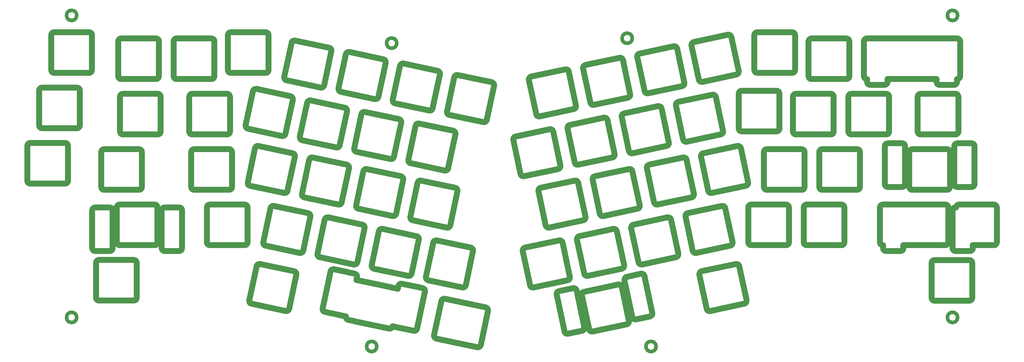
<source format=gbr>
%TF.GenerationSoftware,KiCad,Pcbnew,(5.1.10)-1*%
%TF.CreationDate,2021-06-21T21:12:00+07:00*%
%TF.ProjectId,FR4 Alice Plate Commision,46523420-416c-4696-9365-20506c617465,rev?*%
%TF.SameCoordinates,Original*%
%TF.FileFunction,Soldermask,Bot*%
%TF.FilePolarity,Negative*%
%FSLAX46Y46*%
G04 Gerber Fmt 4.6, Leading zero omitted, Abs format (unit mm)*
G04 Created by KiCad (PCBNEW (5.1.10)-1) date 2021-06-21 21:12:00*
%MOMM*%
%LPD*%
G01*
G04 APERTURE LIST*
%ADD10C,2.000000*%
%ADD11C,1.250000*%
G04 APERTURE END LIST*
D10*
X82813503Y-89934503D02*
X71075732Y-87439563D01*
X141927631Y-8747649D02*
X153665402Y-11242590D01*
X134597740Y-99404732D02*
G75*
G02*
X133827505Y-98218673I207912J978147D01*
G01*
X148663503Y-102394503D02*
X134597741Y-99404733D01*
X149849563Y-101624267D02*
G75*
G02*
X148663503Y-102394503I-978148J207912D01*
G01*
X152344503Y-89886496D02*
X149849563Y-101624267D01*
X151574267Y-88700436D02*
G75*
G02*
X152344503Y-89886496I-207912J-978148D01*
G01*
X137508504Y-85710666D02*
X151574267Y-88700436D01*
X136322445Y-86480903D02*
G75*
G02*
X137508504Y-85710666I978148J-207911D01*
G01*
X133827505Y-98218673D02*
X136322445Y-86480902D01*
X119529563Y-95184267D02*
G75*
G02*
X118343503Y-95954503I-978148J207912D01*
G01*
X119532071Y-95172467D02*
X119529563Y-95184267D01*
X119628256Y-95197974D02*
G75*
G02*
X119532071Y-95172467I207912J978148D01*
G01*
X121799315Y-95659447D02*
X119628256Y-95197974D01*
X121914286Y-95691156D02*
G75*
G02*
X121799315Y-95659447I207912J978148D01*
G01*
X126805024Y-96730714D02*
X121914286Y-95691155D01*
X127991084Y-95960478D02*
G75*
G02*
X126805024Y-96730714I-978148J207912D01*
G01*
X130693936Y-83244559D02*
X127991084Y-95960478D01*
X129923700Y-82058499D02*
G75*
G02*
X130693936Y-83244559I-207912J-978148D01*
G01*
X127752641Y-81597027D02*
X129923700Y-82058500D01*
X127637670Y-81565318D02*
G75*
G02*
X127752641Y-81597027I-207912J-978148D01*
G01*
X122746931Y-80525760D02*
X127637669Y-81565318D01*
X121560873Y-81295996D02*
G75*
G02*
X122746931Y-80525760I978147J-207911D01*
G01*
X121350452Y-82285943D02*
X121560872Y-81295996D01*
X121254267Y-82260436D02*
G75*
G02*
X121350452Y-82285943I-207912J-978148D01*
G01*
X119055701Y-81793117D02*
X121254267Y-82260436D01*
X118962826Y-81768661D02*
G75*
G02*
X119055701Y-81793117I-207912J-978147D01*
G01*
X107225055Y-79273720D02*
X118962826Y-81768661D01*
X107131803Y-79258463D02*
G75*
G02*
X107225055Y-79273720I-114660J-993405D01*
G01*
X107339684Y-78280460D02*
X107131803Y-79258463D01*
X106569448Y-77094400D02*
G75*
G02*
X107339684Y-78280460I-207912J-978148D01*
G01*
X104398388Y-76632927D02*
X106569448Y-77094400D01*
X104283417Y-76601218D02*
G75*
G02*
X104398388Y-76632927I-207911J-978148D01*
G01*
X99392679Y-75561660D02*
X104283417Y-76601219D01*
X98206620Y-76331897D02*
G75*
G02*
X99392679Y-75561660I978148J-207911D01*
G01*
X95503768Y-89047815D02*
X98206620Y-76331896D01*
X96274004Y-90233875D02*
G75*
G02*
X95503768Y-89047815I207912J978148D01*
G01*
X98445063Y-90695347D02*
X96274004Y-90233874D01*
X98560034Y-90727056D02*
G75*
G02*
X98445063Y-90695347I207912J978148D01*
G01*
X103450772Y-91766614D02*
X98560034Y-90727056D01*
X103544024Y-91781871D02*
G75*
G02*
X103450772Y-91766614I114660J993404D01*
G01*
X104314292Y-92967787D02*
G75*
G02*
X103544025Y-91781872I207911J978148D01*
G01*
X106512857Y-93435106D02*
X104314291Y-92967787D01*
X106605732Y-93459562D02*
G75*
G02*
X106512857Y-93435106I207912J978147D01*
G01*
X118343503Y-95954503D02*
X106605732Y-93459563D01*
X204951290Y-77094841D02*
G75*
G02*
X206137349Y-77865078I207911J-978148D01*
G01*
X200060551Y-78134400D02*
X204951289Y-77094842D01*
X199290315Y-79320460D02*
G75*
G02*
X200060551Y-78134400I978148J207912D01*
G01*
X201993167Y-92036378D02*
X199290315Y-79320460D01*
X203179226Y-92806615D02*
G75*
G02*
X201993167Y-92036378I-207911J978148D01*
G01*
X208069965Y-91767056D02*
X203179227Y-92806614D01*
X208840201Y-90580996D02*
G75*
G02*
X208069965Y-91767056I-978148J-207912D01*
G01*
X206137349Y-77865078D02*
X208840201Y-90580997D01*
X-4999998Y-46100000D02*
G75*
G02*
X-6000000Y-45100000I-1J1000001D01*
G01*
X7000000Y-46100000D02*
X-5000000Y-46100000D01*
X8000000Y-45099998D02*
G75*
G02*
X7000000Y-46100000I-1000001J-1D01*
G01*
X8000000Y-33100000D02*
X8000000Y-45100000D01*
X6999999Y-32099999D02*
G75*
G02*
X8000000Y-33100000I0J-1000001D01*
G01*
X-5000000Y-32100000D02*
X7000000Y-32100000D01*
X-5999999Y-33099999D02*
G75*
G02*
X-5000000Y-32100000I999999J0D01*
G01*
X-6000000Y-45100000D02*
X-6000000Y-33100000D01*
X23322000Y-68290000D02*
G75*
G02*
X22322000Y-69290000I-1000000J0D01*
G01*
X23322000Y-55290000D02*
X23322000Y-68290000D01*
X22322000Y-54290000D02*
G75*
G02*
X23322000Y-55290000I0J-1000000D01*
G01*
X17322000Y-54290000D02*
X22322000Y-54290000D01*
X16322000Y-55290000D02*
G75*
G02*
X17322000Y-54290000I1000000J0D01*
G01*
X16322000Y-68290000D02*
X16322000Y-55290000D01*
X17322000Y-69290000D02*
G75*
G02*
X16322000Y-68290000I0J1000000D01*
G01*
X22322000Y-69290000D02*
X17322000Y-69290000D01*
X181597037Y-82058942D02*
G75*
G02*
X182783096Y-82829177I207912J-978147D01*
G01*
X176706299Y-83098500D02*
X181597037Y-82058941D01*
X175936064Y-84284559D02*
G75*
G02*
X176706299Y-83098500I978147J207912D01*
G01*
X178638915Y-97000478D02*
X175936063Y-84284559D01*
X179824975Y-97770714D02*
G75*
G02*
X178638915Y-97000478I-207912J978148D01*
G01*
X184715713Y-96731155D02*
X179824975Y-97770714D01*
X185485948Y-95545096D02*
G75*
G02*
X184715713Y-96731155I-978147J-207912D01*
G01*
X182783096Y-82829177D02*
X185485948Y-95545096D01*
X25760000Y-67290000D02*
G75*
G02*
X24760000Y-66290000I0J1000000D01*
G01*
X37760000Y-67290000D02*
X25760000Y-67290000D01*
X38760001Y-66289999D02*
G75*
G02*
X37760000Y-67290000I-1000001J0D01*
G01*
X38760000Y-54290000D02*
X38760000Y-66290000D01*
X37760000Y-53290000D02*
G75*
G02*
X38760000Y-54290000I0J-1000000D01*
G01*
X25760000Y-53290000D02*
X37759999Y-53290000D01*
X24760000Y-54289998D02*
G75*
G02*
X25760000Y-53290000I999999J-1D01*
G01*
X24760000Y-66290000D02*
X24760000Y-54290000D01*
X295132000Y-68290000D02*
G75*
G02*
X294132000Y-69290000I-1000000J0D01*
G01*
X295132000Y-67290000D02*
X295132000Y-68290000D01*
X309570000Y-67290000D02*
X295132000Y-67290000D01*
X310570000Y-66290000D02*
G75*
G02*
X309570000Y-67290000I-1000000J0D01*
G01*
X310570000Y-54290000D02*
X310570000Y-66290000D01*
X309570001Y-53289999D02*
G75*
G02*
X310570000Y-54290000I-1J-1000000D01*
G01*
X288045000Y-53290000D02*
X309570000Y-53289999D01*
X287045000Y-54289998D02*
G75*
G02*
X288045000Y-53290000I999999J-1D01*
G01*
X287045000Y-66290000D02*
X287045000Y-54290000D01*
X288045000Y-67290000D02*
G75*
G02*
X287045000Y-66290000I0J1000000D01*
G01*
X288132000Y-67290000D02*
X288045000Y-67290000D01*
X288132000Y-68290000D02*
X288132000Y-67290000D01*
X289132000Y-69290000D02*
G75*
G02*
X288132000Y-68290000I0J1000000D01*
G01*
X294132000Y-69290000D02*
X289132000Y-69290000D01*
X294721999Y-32239999D02*
G75*
G02*
X295721999Y-33239999I0J-1000000D01*
G01*
X289721999Y-32239999D02*
X294721999Y-32239999D01*
X288721999Y-33239999D02*
G75*
G02*
X289721999Y-32239999I1000000J0D01*
G01*
X288721999Y-46239999D02*
X288721999Y-33239999D01*
X289721999Y-47239999D02*
G75*
G02*
X288721999Y-46239999I0J1000000D01*
G01*
X294721999Y-47239999D02*
X289721999Y-47239999D01*
X295721999Y-46239999D02*
G75*
G02*
X294721999Y-47239999I-1000000J0D01*
G01*
X295721999Y-33239999D02*
X295721999Y-46239999D01*
X46198000Y-54290000D02*
G75*
G02*
X47198000Y-55290000I0J-1000000D01*
G01*
X41198000Y-54290000D02*
X46198000Y-54290000D01*
X40198000Y-55290000D02*
G75*
G02*
X41198000Y-54290000I1000000J0D01*
G01*
X40198000Y-68290000D02*
X40198000Y-55290000D01*
X41198000Y-69290000D02*
G75*
G02*
X40198000Y-68290000I0J1000000D01*
G01*
X46198000Y-69290000D02*
X41198000Y-69290000D01*
X47198000Y-68290000D02*
G75*
G02*
X46198000Y-69290000I-1000000J0D01*
G01*
X47198000Y-55290000D02*
X47198000Y-68290000D01*
X313597999Y-47239999D02*
G75*
G02*
X312597999Y-46239999I0J1000000D01*
G01*
X318597999Y-47239999D02*
X313597999Y-47239999D01*
X319597999Y-46239999D02*
G75*
G02*
X318597999Y-47239999I-1000000J0D01*
G01*
X319597999Y-33239999D02*
X319597999Y-46239999D01*
X318597999Y-32239999D02*
G75*
G02*
X319597999Y-33239999I0J-1000000D01*
G01*
X313597999Y-32239999D02*
X318597999Y-32239999D01*
X312597999Y-33239999D02*
G75*
G02*
X313597999Y-32239999I1000000J0D01*
G01*
X312597999Y-46239999D02*
X312597999Y-33239999D01*
X313008000Y-69290000D02*
G75*
G02*
X312008000Y-68290000I0J1000000D01*
G01*
X318008000Y-69290000D02*
X313008000Y-69290000D01*
X319008000Y-68290000D02*
G75*
G02*
X318008000Y-69290000I-1000000J0D01*
G01*
X319008000Y-67290000D02*
X319008000Y-68290000D01*
X326238750Y-67290000D02*
X319008000Y-67290000D01*
X327238751Y-66289999D02*
G75*
G02*
X326238750Y-67290000I-1000001J0D01*
G01*
X327238750Y-54290000D02*
X327238750Y-66290000D01*
X326238750Y-53290000D02*
G75*
G02*
X327238750Y-54290000I0J-1000000D01*
G01*
X314238750Y-53290000D02*
X326238750Y-53289999D01*
X313238750Y-54290000D02*
G75*
G02*
X314238750Y-53290000I1000000J0D01*
G01*
X313008000Y-54290000D02*
X313238750Y-54290000D01*
X312008000Y-55290000D02*
G75*
G02*
X313008000Y-54290000I1000000J0D01*
G01*
X312008000Y-68290000D02*
X312008000Y-55290000D01*
X313543000Y-11140000D02*
G75*
G02*
X312543000Y-12140000I-1000000J0D01*
G01*
X313543000Y-10140000D02*
X313543000Y-11140000D01*
X313630000Y-10140000D02*
X313543000Y-10140000D01*
X314630000Y-9140000D02*
G75*
G02*
X313630000Y-10140000I-1000000J0D01*
G01*
X314630000Y2860000D02*
X314630000Y-9139999D01*
X313630000Y3860000D02*
G75*
G02*
X314630000Y2860000I0J-1000000D01*
G01*
X282580000Y3860000D02*
X313630000Y3860000D01*
X281579999Y2859999D02*
G75*
G02*
X282580000Y3860000I1000001J0D01*
G01*
X281580000Y-9140000D02*
X281580000Y2860000D01*
X282580001Y-10139999D02*
G75*
G02*
X281580000Y-9140000I-1J1000000D01*
G01*
X282667000Y-10140000D02*
X282580000Y-10140000D01*
X282667000Y-11140000D02*
X282667000Y-10140000D01*
X283667000Y-12140000D02*
G75*
G02*
X282667000Y-11140000I0J1000000D01*
G01*
X288667000Y-12140000D02*
X283667000Y-12140000D01*
X289667000Y-11140000D02*
G75*
G02*
X288667000Y-12140000I-1000000J0D01*
G01*
X289667000Y-10140000D02*
X289667000Y-11140000D01*
X306543000Y-10140000D02*
X289667000Y-10140000D01*
X306543000Y-11140000D02*
X306543000Y-10140000D01*
X307543000Y-12140000D02*
G75*
G02*
X306543000Y-11140000I0J1000000D01*
G01*
X312543000Y-12140000D02*
X307543000Y-12140000D01*
X-930000Y-27049999D02*
G75*
G02*
X-1929999Y-26050000I0J999999D01*
G01*
X11069999Y-27050000D02*
X-929999Y-27050000D01*
X12070000Y-26050001D02*
G75*
G02*
X11069999Y-27050000I-1000000J1D01*
G01*
X12069999Y-14050000D02*
X12070000Y-26050000D01*
X11069999Y-13050000D02*
G75*
G02*
X12069999Y-14050000I0J-1000000D01*
G01*
X-929999Y-13050000D02*
X11069999Y-13050000D01*
X-1929999Y-14050000D02*
G75*
G02*
X-929999Y-13050000I1000000J0D01*
G01*
X-1929999Y-26050000D02*
X-1930000Y-14050000D01*
X69710000Y-66289998D02*
G75*
G02*
X68710000Y-67290000I-1000001J-1D01*
G01*
X69710000Y-54290000D02*
X69710000Y-66290000D01*
X68710000Y-53290000D02*
G75*
G02*
X69710000Y-54290000I0J-1000000D01*
G01*
X56709999Y-53290000D02*
X68710000Y-53290000D01*
X55709999Y-54290000D02*
G75*
G02*
X56709999Y-53290000I1000000J0D01*
G01*
X55709999Y-66290000D02*
X55709999Y-54290000D01*
X56710000Y-67290001D02*
G75*
G02*
X55709999Y-66290000I0J1000001D01*
G01*
X68710000Y-67290000D02*
X56709999Y-67290000D01*
X3230000Y-8000000D02*
G75*
G02*
X2230000Y-7000000I0J1000000D01*
G01*
X15230000Y-8000000D02*
X3230000Y-8000000D01*
X16230000Y-7000000D02*
G75*
G02*
X15230000Y-8000000I-1000000J0D01*
G01*
X16230000Y4999999D02*
X16230000Y-7000000D01*
X15230000Y5999999D02*
G75*
G02*
X16230000Y4999999I0J-1000000D01*
G01*
X3230000Y5999999D02*
X15230000Y5999999D01*
X2230000Y4999999D02*
G75*
G02*
X3230000Y5999999I1000000J0D01*
G01*
X2230000Y-7000000D02*
X2230000Y4999999D01*
X318795601Y-85387999D02*
G75*
G02*
X317795600Y-86388000I-1000001J0D01*
G01*
X318795600Y-73388000D02*
X318795600Y-85388000D01*
X317795600Y-72388000D02*
G75*
G02*
X318795600Y-73388000I0J-1000000D01*
G01*
X305795600Y-72388000D02*
X317795600Y-72388000D01*
X304795600Y-73388000D02*
G75*
G02*
X305795600Y-72388000I1000000J0D01*
G01*
X304795600Y-85388000D02*
X304795600Y-73388000D01*
X305795600Y-86388000D02*
G75*
G02*
X304795600Y-85388000I0J1000000D01*
G01*
X317795600Y-86388000D02*
X305795600Y-86388000D01*
X257900000Y-6999998D02*
G75*
G02*
X256900000Y-8000000I-1000001J-1D01*
G01*
X244900000Y-8000000D02*
X256900000Y-8000000D01*
X244900000Y-7999999D02*
G75*
G02*
X243899999Y-7000000I-1J1000000D01*
G01*
X243900000Y5000000D02*
X243899999Y-7000000D01*
X243900000Y5000000D02*
G75*
G02*
X244900000Y6000000I1000000J0D01*
G01*
X256900000Y6000000D02*
X244900000Y6000000D01*
X256899999Y5999999D02*
G75*
G02*
X257900000Y5000000I1J-1000000D01*
G01*
X257900000Y-7000000D02*
X257900000Y5000000D01*
X298160001Y-48239999D02*
G75*
G02*
X297160000Y-47240000I-1J1000000D01*
G01*
X310160000Y-48240000D02*
X298160000Y-48240000D01*
X311160000Y-47240000D02*
G75*
G02*
X310160000Y-48240000I-1000000J0D01*
G01*
X311160000Y-35240000D02*
X311160000Y-47240000D01*
X310160001Y-34239999D02*
G75*
G02*
X311160000Y-35240000I-1J-1000000D01*
G01*
X298160000Y-34240000D02*
X310160000Y-34239999D01*
X297160000Y-35240000D02*
G75*
G02*
X298160000Y-34240000I1000000J0D01*
G01*
X297160000Y-47240000D02*
X297160000Y-35240000D01*
X261160001Y-47239999D02*
G75*
G02*
X260160000Y-48240000I-1000001J0D01*
G01*
X261160000Y-35240000D02*
X261160000Y-47240000D01*
X260160000Y-34240000D02*
G75*
G02*
X261160000Y-35240000I0J-1000000D01*
G01*
X248160000Y-34240000D02*
X260160000Y-34239999D01*
X247159999Y-35239999D02*
G75*
G02*
X248160000Y-34240000I1000000J-1D01*
G01*
X247160000Y-47240000D02*
X247159999Y-35240000D01*
X248160000Y-48240000D02*
G75*
G02*
X247160000Y-47240000I0J1000000D01*
G01*
X260160000Y-48240000D02*
X248160000Y-48240000D01*
X274850000Y-66290000D02*
G75*
G02*
X273850000Y-67290000I-1000000J0D01*
G01*
X274850000Y-54290000D02*
X274850000Y-66290000D01*
X273850001Y-53289999D02*
G75*
G02*
X274850000Y-54290000I-1J-1000000D01*
G01*
X261850000Y-53290000D02*
X273850000Y-53290000D01*
X260850000Y-54290000D02*
G75*
G02*
X261850000Y-53290000I1000000J0D01*
G01*
X260850000Y-66290000D02*
X260850000Y-54290000D01*
X261850001Y-67289999D02*
G75*
G02*
X260850000Y-66290000I-1J1000000D01*
G01*
X273850000Y-67290000D02*
X261850000Y-67290000D01*
X255800000Y-66289998D02*
G75*
G02*
X254800000Y-67290000I-1000001J-1D01*
G01*
X242800000Y-67290000D02*
X254800000Y-67290000D01*
X242800001Y-67289999D02*
G75*
G02*
X241800000Y-66290000I-1J1000000D01*
G01*
X241800000Y-54290000D02*
X241800000Y-66290000D01*
X241799999Y-54290000D02*
G75*
G02*
X242800000Y-53289999I1000001J0D01*
G01*
X254800000Y-53290000D02*
X242800000Y-53289999D01*
X254799999Y-53289999D02*
G75*
G02*
X255800000Y-54290000I0J-1000001D01*
G01*
X255800000Y-66290000D02*
X255800000Y-54290000D01*
X279210000Y-34240000D02*
G75*
G02*
X280210000Y-35240000I0J-1000000D01*
G01*
X280210000Y-47240000D02*
X280210000Y-35240000D01*
X280210001Y-47239999D02*
G75*
G02*
X279210000Y-48240000I-1000001J0D01*
G01*
X267209999Y-48240000D02*
X279210000Y-48240000D01*
X267210001Y-48239999D02*
G75*
G02*
X266210000Y-47240000I-1J1000000D01*
G01*
X266210000Y-35240000D02*
X266210000Y-47240000D01*
X266209999Y-35240001D02*
G75*
G02*
X267209999Y-34239999I1000001J1D01*
G01*
X279210000Y-34240000D02*
X267209999Y-34239999D01*
X31620000Y-85339998D02*
G75*
G02*
X30620000Y-86340000I-1000001J-1D01*
G01*
X31620000Y-73340000D02*
X31620000Y-85340000D01*
X30620000Y-72340000D02*
G75*
G02*
X31620000Y-73340000I0J-1000000D01*
G01*
X18619999Y-72340000D02*
X30620000Y-72340000D01*
X17620000Y-73339999D02*
G75*
G02*
X18619999Y-72340000I999999J0D01*
G01*
X17620000Y-85340000D02*
X17619999Y-73340000D01*
X18620000Y-86340000D02*
G75*
G02*
X17620000Y-85340000I0J1000000D01*
G01*
X30620000Y-86340000D02*
X18619999Y-86340000D01*
X277220000Y-29190000D02*
G75*
G02*
X276220000Y-28190000I0J1000000D01*
G01*
X289220000Y-29190000D02*
X277220000Y-29190000D01*
X290220001Y-28189999D02*
G75*
G02*
X289220000Y-29190000I-1000001J0D01*
G01*
X290220000Y-16189999D02*
X290220000Y-28190000D01*
X289219999Y-15190000D02*
G75*
G02*
X290220000Y-16189999I1J-1000000D01*
G01*
X277220000Y-15189999D02*
X289220000Y-15189999D01*
X276220000Y-16189999D02*
G75*
G02*
X277220000Y-15189999I1000000J0D01*
G01*
X276220000Y-28190000D02*
X276220000Y-16189999D01*
X252540000Y-27130000D02*
G75*
G02*
X251540000Y-28130000I-1000000J0D01*
G01*
X252540000Y-15129999D02*
X252540000Y-27130000D01*
X251540000Y-14129999D02*
G75*
G02*
X252540000Y-15129999I0J-1000000D01*
G01*
X239540000Y-14129999D02*
X251540000Y-14129999D01*
X238539999Y-15130000D02*
G75*
G02*
X239540000Y-14129999I1000001J0D01*
G01*
X238540000Y-27130000D02*
X238540000Y-15129999D01*
X239540001Y-28129999D02*
G75*
G02*
X238540000Y-27130000I-1J1000000D01*
G01*
X251540000Y-28130000D02*
X239540000Y-28130000D01*
X301040001Y-29189999D02*
G75*
G02*
X300040000Y-28190000I-1J1000000D01*
G01*
X313040000Y-29190000D02*
X301040000Y-29190000D01*
X314040000Y-28190000D02*
G75*
G02*
X313040000Y-29190000I-1000000J0D01*
G01*
X314040000Y-16189999D02*
X314040000Y-28190000D01*
X313040000Y-15189999D02*
G75*
G02*
X314040000Y-16189999I0J-1000000D01*
G01*
X301040000Y-15189999D02*
X313040000Y-15189999D01*
X300039999Y-16190000D02*
G75*
G02*
X301040000Y-15189999I1000001J0D01*
G01*
X300040000Y-28190000D02*
X300040000Y-16189999D01*
X258170000Y-29190000D02*
G75*
G02*
X257170000Y-28190000I0J1000000D01*
G01*
X270170000Y-29190000D02*
X258170000Y-29190000D01*
X271170001Y-28189999D02*
G75*
G02*
X270170000Y-29190000I-1000001J0D01*
G01*
X271170000Y-16189999D02*
X271170000Y-28190000D01*
X270169999Y-15190000D02*
G75*
G02*
X271170000Y-16189999I1J-1000000D01*
G01*
X258170000Y-15189999D02*
X270170000Y-15189999D01*
X257170000Y-16189999D02*
G75*
G02*
X258170000Y-15189999I1000000J0D01*
G01*
X257170000Y-28190000D02*
X257170000Y-16189999D01*
X275530001Y3860000D02*
G75*
G02*
X276530000Y2859999I-1J-1000000D01*
G01*
X276530000Y-9140000D02*
X276530000Y2859999D01*
X276530000Y-9140000D02*
G75*
G02*
X275530000Y-10140000I-1000000J0D01*
G01*
X263529999Y-10140000D02*
X275530000Y-10140000D01*
X263530001Y-10140000D02*
G75*
G02*
X262529999Y-9140000I-1J1000001D01*
G01*
X262529999Y2859999D02*
X262529999Y-9140000D01*
X262529999Y2859998D02*
G75*
G02*
X263529999Y3860000I1000001J1D01*
G01*
X275530000Y3859999D02*
X263529999Y3860000D01*
X88809563Y-69174267D02*
G75*
G02*
X87623503Y-69944503I-978148J207912D01*
G01*
X75885732Y-67449563D02*
X87623503Y-69944503D01*
X75885732Y-67449563D02*
G75*
G02*
X75115496Y-66263503I207912J978148D01*
G01*
X77610436Y-54525732D02*
X75115496Y-66263503D01*
X77610436Y-54525732D02*
G75*
G02*
X78796496Y-53755496I978148J-207912D01*
G01*
X90534267Y-56250436D02*
X78796496Y-53755496D01*
X90534267Y-56250436D02*
G75*
G02*
X91304503Y-57436496I-207912J-978148D01*
G01*
X88809563Y-69174267D02*
X91304503Y-57436496D01*
X83999563Y-89164267D02*
G75*
G02*
X82813503Y-89934503I-978148J207912D01*
G01*
X86494503Y-77426496D02*
X83999563Y-89164267D01*
X85724267Y-76240436D02*
G75*
G02*
X86494503Y-77426496I-207912J-978148D01*
G01*
X73986496Y-73745496D02*
X85724267Y-76240436D01*
X72800436Y-74515732D02*
G75*
G02*
X73986496Y-73745496I978148J-207912D01*
G01*
X70305496Y-86253503D02*
X72800436Y-74515732D01*
X71075732Y-87439563D02*
G75*
G02*
X70305496Y-86253503I207912J978148D01*
G01*
X26249999Y-10140000D02*
G75*
G02*
X25249999Y-9140000I0J1000000D01*
G01*
X38250000Y-10140000D02*
X26249999Y-10140000D01*
X39250000Y-9140000D02*
G75*
G02*
X38250000Y-10140000I-1000000J0D01*
G01*
X39250000Y2860000D02*
X39250000Y-9140000D01*
X38249999Y3859999D02*
G75*
G02*
X39250000Y2860000I1J-1000000D01*
G01*
X26249999Y3860000D02*
X38250000Y3860000D01*
X25249999Y2860000D02*
G75*
G02*
X26249999Y3860000I1000000J0D01*
G01*
X25249999Y-9140000D02*
X25249999Y2860000D01*
X45299999Y-10140000D02*
G75*
G02*
X44299999Y-9140000I0J1000000D01*
G01*
X57300000Y-10140000D02*
X45299999Y-10140000D01*
X58300000Y-9140000D02*
G75*
G02*
X57300000Y-10140000I-1000000J0D01*
G01*
X58300000Y2860000D02*
X58300000Y-9140000D01*
X57300000Y3860000D02*
G75*
G02*
X58300000Y2860000I0J-1000000D01*
G01*
X45299999Y3860000D02*
X57300000Y3860000D01*
X44299999Y2860000D02*
G75*
G02*
X45299999Y3860000I1000000J0D01*
G01*
X44299999Y-9140000D02*
X44299999Y2860000D01*
X83115732Y-10559563D02*
G75*
G02*
X82345496Y-9373503I207912J978148D01*
G01*
X94853503Y-13054503D02*
X83115732Y-10559563D01*
X96039563Y-12284267D02*
G75*
G02*
X94853503Y-13054503I-978148J207912D01*
G01*
X98534503Y-546496D02*
X96039563Y-12284267D01*
X97764267Y639564D02*
G75*
G02*
X98534503Y-546496I-207912J-978148D01*
G01*
X86026496Y3134503D02*
X97764267Y639563D01*
X84840436Y2364267D02*
G75*
G02*
X86026496Y3134503I978148J-207912D01*
G01*
X82345496Y-9373503D02*
X84840436Y2364267D01*
X63940000Y-8000000D02*
G75*
G02*
X62940000Y-7000000I0J1000000D01*
G01*
X75940000Y-8000000D02*
X63940000Y-8000000D01*
X76940001Y-6999999D02*
G75*
G02*
X75940000Y-8000000I-1000001J0D01*
G01*
X76940000Y5000000D02*
X76940000Y-7000000D01*
X75939999Y5999999D02*
G75*
G02*
X76940000Y5000000I1J-1000000D01*
G01*
X63940000Y6000000D02*
X75940000Y6000000D01*
X62940000Y5000000D02*
G75*
G02*
X63940000Y6000000I1000000J0D01*
G01*
X62940000Y-7000000D02*
X62940000Y5000000D01*
X101393275Y-32894985D02*
G75*
G02*
X100207215Y-33665221I-978148J207912D01*
G01*
X88469444Y-31170280D02*
X100207215Y-33665221D01*
X88469444Y-31170281D02*
G75*
G02*
X87699208Y-29984221I207912J978148D01*
G01*
X90194148Y-18246450D02*
X87699208Y-29984221D01*
X90194149Y-18246449D02*
G75*
G02*
X91380208Y-17476214I978147J-207912D01*
G01*
X103117979Y-19971154D02*
X91380208Y-17476214D01*
X103117978Y-19971154D02*
G75*
G02*
X103888215Y-21157213I-207911J-978148D01*
G01*
X101393274Y-32894985D02*
X103888215Y-21157213D01*
X63659999Y-28189999D02*
G75*
G02*
X62660000Y-29190000I-1000000J-1D01*
G01*
X50659999Y-29190000D02*
X62660000Y-29190000D01*
X50659999Y-29190000D02*
G75*
G02*
X49659999Y-28190000I0J1000000D01*
G01*
X49659999Y-16189999D02*
X49659999Y-28190000D01*
X49659999Y-16189999D02*
G75*
G02*
X50659999Y-15189999I1000000J0D01*
G01*
X62660000Y-15189999D02*
X50659999Y-15189999D01*
X62659999Y-15189998D02*
G75*
G02*
X63660000Y-16189999I0J-1000001D01*
G01*
X63660000Y-28190000D02*
X63660000Y-16189999D01*
X33400000Y-47239998D02*
G75*
G02*
X32400000Y-48240000I-1000001J-1D01*
G01*
X20400000Y-48240000D02*
X32400000Y-48240000D01*
X20400001Y-48240000D02*
G75*
G02*
X19399999Y-47240000I-1J1000001D01*
G01*
X19400000Y-35240000D02*
X19399999Y-47240000D01*
X19400000Y-35240000D02*
G75*
G02*
X20400000Y-34240000I1000000J0D01*
G01*
X32400000Y-34240000D02*
X20400000Y-34240000D01*
X32400000Y-34240000D02*
G75*
G02*
X33400000Y-35240000I0J-1000000D01*
G01*
X33400000Y-47240000D02*
X33400000Y-35240000D01*
X89169444Y-50800281D02*
G75*
G02*
X88399208Y-49614221I207912J978148D01*
G01*
X100907215Y-53295221D02*
X89169444Y-50800280D01*
X102093275Y-52524985D02*
G75*
G02*
X100907215Y-53295221I-978148J207912D01*
G01*
X104588215Y-40787213D02*
X102093274Y-52524985D01*
X103817978Y-39601154D02*
G75*
G02*
X104588215Y-40787213I-207911J-978148D01*
G01*
X92080208Y-37106214D02*
X103817979Y-39601154D01*
X90894149Y-37876449D02*
G75*
G02*
X92080208Y-37106214I978147J-207912D01*
G01*
X88399208Y-49614221D02*
X90894148Y-37876450D01*
X39849999Y-28190000D02*
G75*
G02*
X38849999Y-29190000I-1000000J0D01*
G01*
X39849999Y-16189999D02*
X39850000Y-28190000D01*
X38849999Y-15189999D02*
G75*
G02*
X39849999Y-16189999I0J-1000000D01*
G01*
X26849999Y-15189999D02*
X38849999Y-15189999D01*
X25849999Y-16189999D02*
G75*
G02*
X26849999Y-15189999I1000000J0D01*
G01*
X25849999Y-28190000D02*
X25849999Y-16189999D01*
X26849999Y-29190000D02*
G75*
G02*
X25849999Y-28190000I0J1000000D01*
G01*
X38849999Y-29190000D02*
X26849999Y-29190000D01*
X101749444Y-14520281D02*
G75*
G02*
X100979208Y-13334221I207912J978148D01*
G01*
X113487215Y-17015221D02*
X101749444Y-14520280D01*
X114673275Y-16244985D02*
G75*
G02*
X113487215Y-17015221I-978148J207912D01*
G01*
X117168215Y-4507213D02*
X114673274Y-16244985D01*
X116397978Y-3321154D02*
G75*
G02*
X117168215Y-4507213I-207911J-978148D01*
G01*
X104660208Y-826214D02*
X116397979Y-3321154D01*
X103474149Y-1596449D02*
G75*
G02*
X104660208Y-826214I978147J-207912D01*
G01*
X100979208Y-13334221D02*
X103474148Y-1596450D01*
X63360000Y-34240000D02*
G75*
G02*
X64360000Y-35240000I0J-1000000D01*
G01*
X64360000Y-47240000D02*
X64360000Y-35240000D01*
X64359999Y-47239999D02*
G75*
G02*
X63360000Y-48240000I-1000000J-1D01*
G01*
X51359999Y-48240000D02*
X63360000Y-48240000D01*
X51360000Y-48240001D02*
G75*
G02*
X50359999Y-47240000I0J1000001D01*
G01*
X50359999Y-35240000D02*
X50359999Y-47240000D01*
X50359999Y-35240000D02*
G75*
G02*
X51359999Y-34240000I1000000J0D01*
G01*
X63360000Y-34240000D02*
X51359999Y-34240000D01*
X69835732Y-27209563D02*
G75*
G02*
X69065496Y-26023503I207912J978148D01*
G01*
X81573503Y-29704503D02*
X69835732Y-27209563D01*
X82759563Y-28934267D02*
G75*
G02*
X81573503Y-29704503I-978148J207912D01*
G01*
X85254503Y-17196496D02*
X82759563Y-28934267D01*
X84484267Y-16010436D02*
G75*
G02*
X85254503Y-17196496I-207912J-978148D01*
G01*
X72746496Y-13515496D02*
X84484267Y-16010436D01*
X71560436Y-14285732D02*
G75*
G02*
X72746496Y-13515496I978148J-207912D01*
G01*
X69065496Y-26023503D02*
X71560436Y-14285732D01*
X85184267Y-35640436D02*
G75*
G02*
X85954503Y-36826496I-207912J-978148D01*
G01*
X83459563Y-48564267D02*
X85954503Y-36826496D01*
X83459563Y-48564267D02*
G75*
G02*
X82273503Y-49334503I-978148J207912D01*
G01*
X70535732Y-46839563D02*
X82273503Y-49334503D01*
X70535732Y-46839563D02*
G75*
G02*
X69765496Y-45653503I207912J978148D01*
G01*
X72260436Y-33915732D02*
X69765496Y-45653503D01*
X72260436Y-33915732D02*
G75*
G02*
X73446496Y-33145496I978148J-207912D01*
G01*
X85184267Y-35640436D02*
X73446496Y-33145496D01*
X107443275Y-73134985D02*
G75*
G02*
X106257215Y-73905221I-978148J207912D01*
G01*
X94519444Y-71410280D02*
X106257215Y-73905221D01*
X94519444Y-71410281D02*
G75*
G02*
X93749208Y-70224221I207912J978148D01*
G01*
X96244148Y-58486450D02*
X93749208Y-70224221D01*
X96244149Y-58486449D02*
G75*
G02*
X97430208Y-57716214I978147J-207912D01*
G01*
X109167979Y-60211154D02*
X97430208Y-57716214D01*
X109167978Y-60211154D02*
G75*
G02*
X109938215Y-61397213I-207911J-978148D01*
G01*
X107443274Y-73134985D02*
X109938215Y-61397213D01*
X205252784Y-73905220D02*
G75*
G02*
X204066725Y-73134985I-207912J978147D01*
G01*
X216990555Y-71410280D02*
X205252784Y-73905221D01*
X217760790Y-70224221D02*
G75*
G02*
X216990555Y-71410280I-978147J-207912D01*
G01*
X215265851Y-58486450D02*
X217760791Y-70224221D01*
X214079792Y-57716213D02*
G75*
G02*
X215265851Y-58486450I207911J-978148D01*
G01*
X202342020Y-60211154D02*
X214079791Y-57716214D01*
X201571784Y-61397214D02*
G75*
G02*
X202342020Y-60211154I978148J207912D01*
G01*
X204066725Y-73134985D02*
X201571784Y-61397213D01*
X188719071Y-18995938D02*
G75*
G02*
X187533013Y-18225702I-207911J978147D01*
G01*
X200456843Y-16500998D02*
X188719072Y-18995938D01*
X201227080Y-15314939D02*
G75*
G02*
X200456843Y-16500998I-978148J-207911D01*
G01*
X198732139Y-3577167D02*
X201227079Y-15314939D01*
X197546079Y-2806931D02*
G75*
G02*
X198732139Y-3577167I207912J-978148D01*
G01*
X185808308Y-5301872D02*
X197546080Y-2806932D01*
X185038073Y-6487931D02*
G75*
G02*
X185808308Y-5301872I978147J207912D01*
G01*
X187533013Y-18225702D02*
X185038073Y-6487931D01*
X183359071Y-39605938D02*
G75*
G02*
X182173013Y-38835702I-207911J978147D01*
G01*
X195096843Y-37110998D02*
X183359072Y-39605938D01*
X195867080Y-35924939D02*
G75*
G02*
X195096843Y-37110998I-978148J-207911D01*
G01*
X193372139Y-24187167D02*
X195867079Y-35924939D01*
X192186079Y-23416931D02*
G75*
G02*
X193372139Y-24187167I207912J-978148D01*
G01*
X180448308Y-25911872D02*
X192186080Y-23416932D01*
X179678073Y-27097931D02*
G75*
G02*
X180448308Y-25911872I978147J207912D01*
G01*
X182173013Y-38835702D02*
X179678073Y-27097931D01*
X200806079Y-41066931D02*
G75*
G02*
X201992139Y-41837167I207912J-978148D01*
G01*
X204487079Y-53574939D02*
X201992139Y-41837167D01*
X204487080Y-53574939D02*
G75*
G02*
X203716843Y-54760998I-978148J-207911D01*
G01*
X191979072Y-57255938D02*
X203716843Y-54760998D01*
X191979071Y-57255938D02*
G75*
G02*
X190793013Y-56485702I-207911J978147D01*
G01*
X188298073Y-44747931D02*
X190793013Y-56485702D01*
X188298073Y-44747931D02*
G75*
G02*
X189068308Y-43561872I978147J207912D01*
G01*
X200806080Y-41066932D02*
X189068308Y-43561872D01*
X186619071Y-77865938D02*
G75*
G02*
X185433013Y-77095702I-207911J978147D01*
G01*
X198356843Y-75370998D02*
X186619072Y-77865938D01*
X199127080Y-74184939D02*
G75*
G02*
X198356843Y-75370998I-978148J-207911D01*
G01*
X196632139Y-62447167D02*
X199127079Y-74184939D01*
X195446079Y-61676931D02*
G75*
G02*
X196632139Y-62447167I207912J-978148D01*
G01*
X183708308Y-64171872D02*
X195446080Y-61676932D01*
X182938073Y-65357931D02*
G75*
G02*
X183708308Y-64171872I978147J207912D01*
G01*
X185433013Y-77095702D02*
X182938073Y-65357931D01*
X182172368Y-45027650D02*
G75*
G02*
X183358427Y-45797885I207912J-978147D01*
G01*
X185853367Y-57535656D02*
X183358427Y-45797885D01*
X185853368Y-57535656D02*
G75*
G02*
X185083132Y-58721716I-978148J-207912D01*
G01*
X173345360Y-61216656D02*
X185083132Y-58721716D01*
X173345361Y-61216656D02*
G75*
G02*
X172159301Y-60446420I-207912J978148D01*
G01*
X169664361Y-48708649D02*
X172159301Y-60446420D01*
X169664361Y-48708648D02*
G75*
G02*
X170434597Y-47522590I978147J207911D01*
G01*
X182172368Y-45027649D02*
X170434597Y-47522590D01*
X178912368Y-6767650D02*
G75*
G02*
X180098427Y-7537885I207912J-978147D01*
G01*
X182593367Y-19275656D02*
X180098427Y-7537885D01*
X182593368Y-19275656D02*
G75*
G02*
X181823132Y-20461716I-978148J-207912D01*
G01*
X170085360Y-22956656D02*
X181823132Y-20461716D01*
X170085361Y-22956656D02*
G75*
G02*
X168899301Y-22186420I-207912J978148D01*
G01*
X166404361Y-10448649D02*
X168899301Y-22186420D01*
X166404361Y-10448648D02*
G75*
G02*
X167174597Y-9262590I978147J207911D01*
G01*
X178912368Y-6767649D02*
X167174597Y-9262590D01*
X173552368Y-27377650D02*
G75*
G02*
X174738427Y-28147885I207912J-978147D01*
G01*
X177233367Y-39885656D02*
X174738427Y-28147885D01*
X177233368Y-39885656D02*
G75*
G02*
X176463132Y-41071716I-978148J-207912D01*
G01*
X164725360Y-43566656D02*
X176463132Y-41071716D01*
X164725361Y-43566656D02*
G75*
G02*
X163539301Y-42796420I-207912J978148D01*
G01*
X161044361Y-31058649D02*
X163539301Y-42796420D01*
X161044361Y-31058648D02*
G75*
G02*
X161814597Y-29872590I978147J207911D01*
G01*
X173552368Y-27377649D02*
X161814597Y-29872590D01*
D11*
X120987748Y2241859D02*
G75*
G03*
X120987748Y2241859I-1750000J0D01*
G01*
X201933048Y3922323D02*
G75*
G03*
X201933048Y3922323I-1750000J0D01*
G01*
X10980000Y11779999D02*
G75*
G03*
X10980000Y11779999I-1750000J0D01*
G01*
X313758750Y-92119999D02*
G75*
G03*
X313758750Y-92119999I-1750000J0D01*
G01*
X10980000Y-92119999D02*
G75*
G03*
X10980000Y-92119999I-1750000J0D01*
G01*
X313758750Y11779999D02*
G75*
G03*
X313758750Y11779999I-1750000J0D01*
G01*
X114116517Y-102125318D02*
G75*
G03*
X114116517Y-102125318I-1750000J0D01*
G01*
D10*
X167985361Y-81826656D02*
G75*
G02*
X166799301Y-81056420I-207912J978148D01*
G01*
X179723132Y-79331716D02*
X167985360Y-81826656D01*
X180493368Y-78145656D02*
G75*
G02*
X179723132Y-79331716I-978148J-207912D01*
G01*
X177998427Y-66407885D02*
X180493367Y-78145656D01*
X176812368Y-65637650D02*
G75*
G02*
X177998427Y-66407885I207912J-978147D01*
G01*
X165074597Y-68132590D02*
X176812368Y-65637649D01*
X164304361Y-69318648D02*
G75*
G02*
X165074597Y-68132590I978147J207911D01*
G01*
X166799301Y-81056420D02*
X164304361Y-69318649D01*
D11*
X210123482Y-102125318D02*
G75*
G03*
X210123482Y-102125318I-1750000J0D01*
G01*
D10*
X120383156Y-18480997D02*
G75*
G02*
X119612920Y-17294939I207911J978147D01*
G01*
X132120927Y-20975938D02*
X120383156Y-18480998D01*
X133306986Y-20205703D02*
G75*
G02*
X132120927Y-20975938I-978147J207912D01*
G01*
X135801926Y-8467931D02*
X133306986Y-20205702D01*
X135031691Y-7281872D02*
G75*
G02*
X135801926Y-8467931I-207912J-978147D01*
G01*
X123293919Y-4786932D02*
X135031691Y-7281872D01*
X122107861Y-5557168D02*
G75*
G02*
X123293919Y-4786932I978147J-207911D01*
G01*
X119612920Y-17294939D02*
X122107860Y-5557167D01*
X200794503Y-93313503D02*
G75*
G02*
X200024267Y-94499563I-978148J-207912D01*
G01*
X198299563Y-81575732D02*
X200794503Y-93313503D01*
X197113503Y-80805496D02*
G75*
G02*
X198299563Y-81575732I207912J-978148D01*
G01*
X185375732Y-83300436D02*
X197113503Y-80805496D01*
X184605496Y-84486496D02*
G75*
G02*
X185375732Y-83300436I978148J207912D01*
G01*
X187100436Y-96224267D02*
X184605496Y-84486496D01*
X188286496Y-96994503D02*
G75*
G02*
X187100436Y-96224267I-207912J978148D01*
G01*
X200024267Y-94499563D02*
X188286496Y-96994503D01*
X207352784Y-15035220D02*
G75*
G02*
X206166725Y-14264985I-207912J978147D01*
G01*
X219090555Y-12540280D02*
X207352784Y-15035221D01*
X219860790Y-11354221D02*
G75*
G02*
X219090555Y-12540280I-978147J-207912D01*
G01*
X217365851Y383549D02*
X219860791Y-11354221D01*
X216179792Y1153786D02*
G75*
G02*
X217365851Y383549I207911J-978148D01*
G01*
X204442020Y-1341154D02*
X216179791Y1153785D01*
X203671784Y-2527214D02*
G75*
G02*
X204442020Y-1341154I978148J207912D01*
G01*
X206166725Y-14264985D02*
X203671784Y-2527213D01*
X201992784Y-35645220D02*
G75*
G02*
X200806725Y-34874985I-207912J978147D01*
G01*
X213730555Y-33150280D02*
X201992784Y-35645221D01*
X214500790Y-31964221D02*
G75*
G02*
X213730555Y-33150280I-978147J-207912D01*
G01*
X212005851Y-20226450D02*
X214500791Y-31964221D01*
X210819792Y-19456213D02*
G75*
G02*
X212005851Y-20226450I207911J-978148D01*
G01*
X199082020Y-21951154D02*
X210819791Y-19456214D01*
X198311784Y-23137214D02*
G75*
G02*
X199082020Y-21951154I978148J207912D01*
G01*
X200806725Y-34874985D02*
X198311784Y-23137213D01*
X223120790Y-49614221D02*
G75*
G02*
X222350555Y-50800280I-978147J-207912D01*
G01*
X210612784Y-53295221D02*
X222350555Y-50800280D01*
X210612784Y-53295220D02*
G75*
G02*
X209426725Y-52524985I-207912J978147D01*
G01*
X206931784Y-40787213D02*
X209426725Y-52524985D01*
X206931784Y-40787214D02*
G75*
G02*
X207702020Y-39601154I978148J207912D01*
G01*
X219439791Y-37106214D02*
X207702020Y-39601154D01*
X219439792Y-37106213D02*
G75*
G02*
X220625851Y-37876450I207911J-978148D01*
G01*
X223120791Y-49614221D02*
X220625851Y-37876450D01*
X236394503Y-66263503D02*
G75*
G02*
X235624267Y-67449563I-978148J-207912D01*
G01*
X233899563Y-54525732D02*
X236394503Y-66263503D01*
X232713503Y-53755496D02*
G75*
G02*
X233899563Y-54525732I207912J-978148D01*
G01*
X220975732Y-56250436D02*
X232713503Y-53755496D01*
X220205496Y-57436496D02*
G75*
G02*
X220975732Y-56250436I978148J207912D01*
G01*
X222700436Y-69174267D02*
X220205496Y-57436496D01*
X223886496Y-69944503D02*
G75*
G02*
X222700436Y-69174267I-207912J978148D01*
G01*
X235624267Y-67449563D02*
X223886496Y-69944503D01*
X237523503Y-73745496D02*
G75*
G02*
X238709563Y-74515732I207912J-978148D01*
G01*
X241204503Y-86253503D02*
X238709563Y-74515732D01*
X241204503Y-86253503D02*
G75*
G02*
X240434267Y-87439563I-978148J-207912D01*
G01*
X228696496Y-89934503D02*
X240434267Y-87439563D01*
X228696496Y-89934503D02*
G75*
G02*
X227510436Y-89164267I-207912J978148D01*
G01*
X225015496Y-77426496D02*
X227510436Y-89164267D01*
X225015496Y-77426496D02*
G75*
G02*
X225785732Y-76240436I978148J207912D01*
G01*
X237523503Y-73745496D02*
X225785732Y-76240436D01*
X113153156Y-75370997D02*
G75*
G02*
X112382920Y-74184939I207911J978147D01*
G01*
X124890927Y-77865938D02*
X113153156Y-75370998D01*
X126076986Y-77095703D02*
G75*
G02*
X124890927Y-77865938I-978147J207912D01*
G01*
X128571926Y-65357931D02*
X126076986Y-77095702D01*
X127801691Y-64171872D02*
G75*
G02*
X128571926Y-65357931I-207912J-978147D01*
G01*
X116063919Y-61676932D02*
X127801691Y-64171872D01*
X114877861Y-62447168D02*
G75*
G02*
X116063919Y-61676932I978147J-207911D01*
G01*
X112382920Y-74184939D02*
X114877860Y-62447167D01*
X107803156Y-54760997D02*
G75*
G02*
X107032920Y-53574939I207911J978147D01*
G01*
X119540927Y-57255938D02*
X107803156Y-54760998D01*
X120726986Y-56485703D02*
G75*
G02*
X119540927Y-57255938I-978147J207912D01*
G01*
X123221926Y-44747931D02*
X120726986Y-56485702D01*
X122451691Y-43561872D02*
G75*
G02*
X123221926Y-44747931I-207912J-978147D01*
G01*
X110713919Y-41066932D02*
X122451691Y-43561872D01*
X109527861Y-41837168D02*
G75*
G02*
X110713919Y-41066932I978147J-207911D01*
G01*
X107032920Y-53574939D02*
X109527860Y-41837167D01*
X120026986Y-36855703D02*
G75*
G02*
X118840927Y-37625938I-978147J207912D01*
G01*
X122521926Y-25117931D02*
X120026986Y-36855702D01*
X121751691Y-23931872D02*
G75*
G02*
X122521926Y-25117931I-207912J-978147D01*
G01*
X110013919Y-21436932D02*
X121751691Y-23931872D01*
X108827861Y-22207168D02*
G75*
G02*
X110013919Y-21436932I978147J-207911D01*
G01*
X106332920Y-33944939D02*
X108827860Y-22207167D01*
X107103156Y-35130997D02*
G75*
G02*
X106332920Y-33944939I207911J978147D01*
G01*
X118840927Y-37625938D02*
X107103156Y-35130998D01*
X241754503Y-45653503D02*
G75*
G02*
X240984267Y-46839563I-978148J-207912D01*
G01*
X229246496Y-49334503D02*
X240984267Y-46839563D01*
X229246496Y-49334503D02*
G75*
G02*
X228060436Y-48564267I-207912J978148D01*
G01*
X225565496Y-36826496D02*
X228060436Y-48564267D01*
X225565496Y-36826496D02*
G75*
G02*
X226335732Y-35640436I978148J207912D01*
G01*
X238073503Y-33145496D02*
X226335732Y-35640436D01*
X238073503Y-33145496D02*
G75*
G02*
X239259563Y-33915732I207912J-978148D01*
G01*
X241754503Y-45653503D02*
X239259563Y-33915732D01*
X139016867Y-22441715D02*
G75*
G02*
X138246632Y-21255656I207912J978147D01*
G01*
X150754639Y-24936656D02*
X139016867Y-22441716D01*
X151940698Y-24166419D02*
G75*
G02*
X150754639Y-24936656I-978148J207911D01*
G01*
X154435638Y-12428649D02*
X151940698Y-24166420D01*
X153665403Y-11242590D02*
G75*
G02*
X154435638Y-12428649I-207912J-978147D01*
G01*
X140741571Y-9517885D02*
G75*
G02*
X141927631Y-8747649I978148J-207912D01*
G01*
X138246632Y-21255656D02*
X140741572Y-9517885D01*
X125736867Y-39091715D02*
G75*
G02*
X124966632Y-37905656I207912J978147D01*
G01*
X137474639Y-41586656D02*
X125736867Y-39091716D01*
X138660698Y-40816419D02*
G75*
G02*
X137474639Y-41586656I-978148J207911D01*
G01*
X141155638Y-29078649D02*
X138660698Y-40816420D01*
X140385403Y-27892590D02*
G75*
G02*
X141155638Y-29078649I-207912J-978147D01*
G01*
X128647631Y-25397649D02*
X140385402Y-27892590D01*
X127461571Y-26167885D02*
G75*
G02*
X128647631Y-25397649I978148J-207912D01*
G01*
X124966632Y-37905656D02*
X127461572Y-26167885D01*
X139360698Y-60446419D02*
G75*
G02*
X138174639Y-61216656I-978148J207911D01*
G01*
X141855638Y-48708649D02*
X139360698Y-60446420D01*
X141085403Y-47522590D02*
G75*
G02*
X141855638Y-48708649I-207912J-978147D01*
G01*
X129347631Y-45027649D02*
X141085402Y-47522590D01*
X128161571Y-45797885D02*
G75*
G02*
X129347631Y-45027649I978148J-207912D01*
G01*
X125666632Y-57535656D02*
X128161572Y-45797885D01*
X126436867Y-58721715D02*
G75*
G02*
X125666632Y-57535656I207912J978147D01*
G01*
X138174639Y-61216656D02*
X126436867Y-58721716D01*
X131786867Y-79331715D02*
G75*
G02*
X131016632Y-78145656I207912J978147D01*
G01*
X143524639Y-81826656D02*
X131786867Y-79331716D01*
X144710698Y-81056419D02*
G75*
G02*
X143524639Y-81826656I-978148J207911D01*
G01*
X147205638Y-69318649D02*
X144710698Y-81056420D01*
X146435403Y-68132590D02*
G75*
G02*
X147205638Y-69318649I-207912J-978147D01*
G01*
X134697631Y-65637649D02*
X146435402Y-68132590D01*
X133511571Y-66407885D02*
G75*
G02*
X134697631Y-65637649I978148J-207912D01*
G01*
X131016632Y-78145656D02*
X133511572Y-66407885D01*
X220626496Y-31684503D02*
G75*
G02*
X219440436Y-30914267I-207912J978148D01*
G01*
X232364267Y-29189563D02*
X220626496Y-31684503D01*
X233134503Y-28003503D02*
G75*
G02*
X232364267Y-29189563I-978148J-207912D01*
G01*
X230639563Y-16265732D02*
X233134503Y-28003503D01*
X229453503Y-15495496D02*
G75*
G02*
X230639563Y-16265732I207912J-978148D01*
G01*
X217715732Y-17990436D02*
X229453503Y-15495496D01*
X216945496Y-19176496D02*
G75*
G02*
X217715732Y-17990436I978148J207912D01*
G01*
X219440436Y-30914267D02*
X216945496Y-19176496D01*
X238494503Y-7393503D02*
G75*
G02*
X237724267Y-8579563I-978148J-207912D01*
G01*
X225986496Y-11074503D02*
X237724267Y-8579563D01*
X225986496Y-11074503D02*
G75*
G02*
X224800436Y-10304267I-207912J978148D01*
G01*
X222305496Y1433503D02*
X224800436Y-10304267D01*
X222305496Y1433503D02*
G75*
G02*
X223075732Y2619563I978148J207912D01*
G01*
X234813503Y5114503D02*
X223075732Y2619563D01*
X234813503Y5114503D02*
G75*
G02*
X235999563Y4344267I207912J-978148D01*
G01*
X238494503Y-7393503D02*
X235999563Y4344267D01*
M02*

</source>
